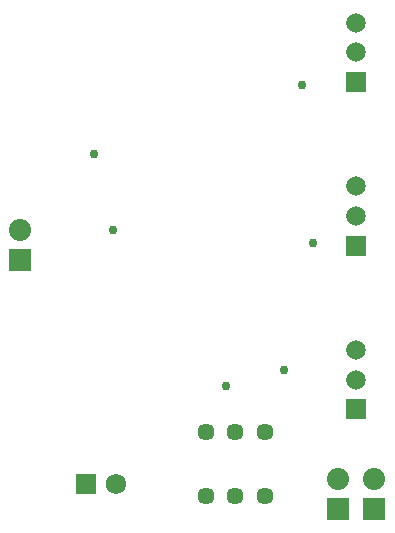
<source format=gbs>
G04*
G04 #@! TF.GenerationSoftware,Altium Limited,Altium Designer,22.1.2 (22)*
G04*
G04 Layer_Color=16711935*
%FSLAX43Y43*%
%MOMM*%
G71*
G04*
G04 #@! TF.SameCoordinates,789559D7-4389-4A6F-8FAE-C72B44BD11BC*
G04*
G04*
G04 #@! TF.FilePolarity,Negative*
G04*
G01*
G75*
%ADD28R,1.875X1.875*%
%ADD29C,1.875*%
%ADD30R,1.725X1.725*%
%ADD31C,1.725*%
%ADD32C,1.658*%
%ADD33R,1.658X1.658*%
%ADD34C,1.450*%
%ADD35C,0.750*%
D28*
X170815Y80772D02*
D03*
X173863D02*
D03*
X143891Y101854D02*
D03*
D29*
X170815Y83312D02*
D03*
X173863D02*
D03*
X143891Y104394D02*
D03*
D30*
X149479Y82931D02*
D03*
D31*
X151979D02*
D03*
D32*
X172339Y94234D02*
D03*
Y91734D02*
D03*
Y108101D02*
D03*
Y105601D02*
D03*
Y121967D02*
D03*
Y119467D02*
D03*
D33*
Y89234D02*
D03*
Y103100D02*
D03*
Y116967D02*
D03*
D34*
X159577Y81870D02*
D03*
X162077D02*
D03*
X164577D02*
D03*
X159577Y87270D02*
D03*
X162077D02*
D03*
X164577D02*
D03*
D35*
X166243Y92583D02*
D03*
X151765Y104394D02*
D03*
X150114Y110871D02*
D03*
X168631Y103353D02*
D03*
X167716Y116662D02*
D03*
X161300Y91221D02*
D03*
M02*

</source>
